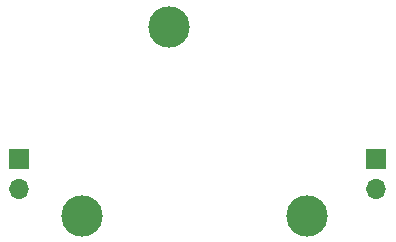
<source format=gbr>
%TF.GenerationSoftware,KiCad,Pcbnew,5.1.10-88a1d61d58~89~ubuntu20.04.1*%
%TF.CreationDate,2021-12-18T07:17:50+01:00*%
%TF.ProjectId,PowerBankAlwaysActive,506f7765-7242-4616-9e6b-416c77617973,rev?*%
%TF.SameCoordinates,Original*%
%TF.FileFunction,Soldermask,Bot*%
%TF.FilePolarity,Negative*%
%FSLAX46Y46*%
G04 Gerber Fmt 4.6, Leading zero omitted, Abs format (unit mm)*
G04 Created by KiCad (PCBNEW 5.1.10-88a1d61d58~89~ubuntu20.04.1) date 2021-12-18 07:17:50*
%MOMM*%
%LPD*%
G01*
G04 APERTURE LIST*
%ADD10R,1.700000X1.700000*%
%ADD11O,1.700000X1.700000*%
%ADD12C,2.600000*%
%ADD13C,3.500000*%
G04 APERTURE END LIST*
D10*
%TO.C,J1*%
X25400000Y-36576000D03*
D11*
X25400000Y-39116000D03*
%TD*%
%TO.C,J2*%
X55626000Y-39116000D03*
D10*
X55626000Y-36576000D03*
%TD*%
D12*
%TO.C,H1*%
X30734000Y-41402000D03*
D13*
X30734000Y-41402000D03*
%TD*%
%TO.C,H2*%
X49784000Y-41402000D03*
D12*
X49784000Y-41402000D03*
%TD*%
%TO.C,H3*%
X38100000Y-25400000D03*
D13*
X38100000Y-25400000D03*
%TD*%
M02*

</source>
